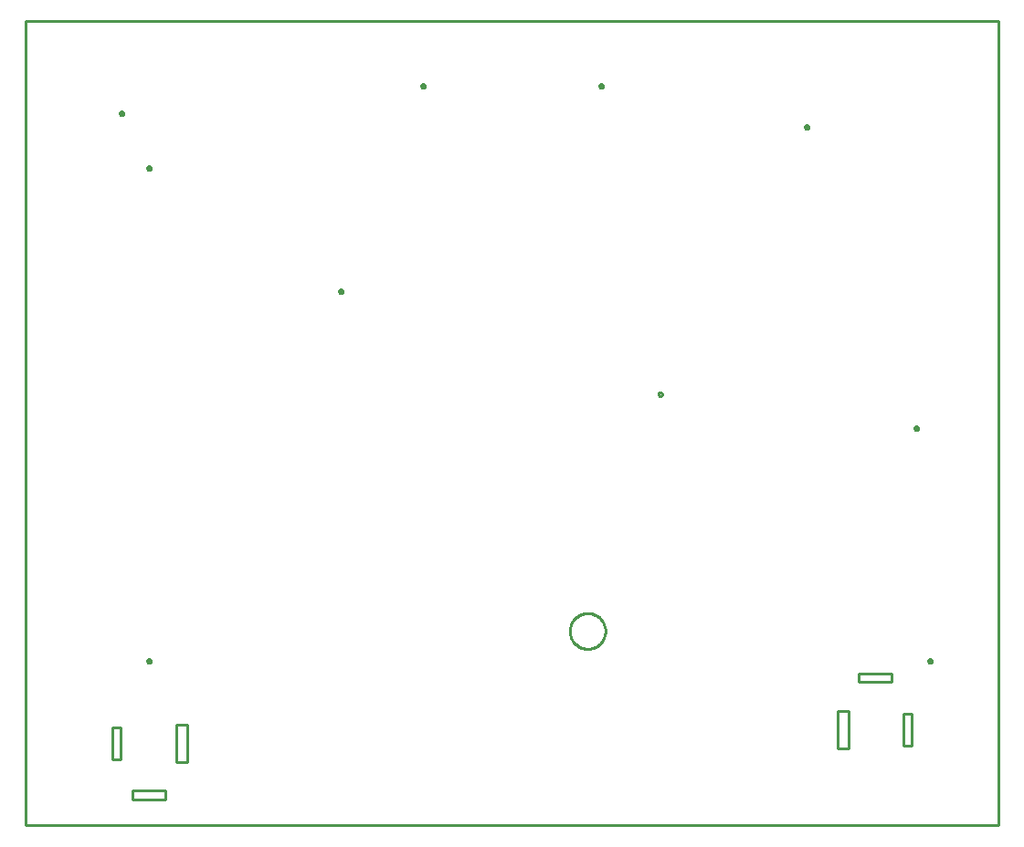
<source format=gbr>
G04 EAGLE Gerber RS-274X export*
G75*
%MOMM*%
%FSLAX34Y34*%
%LPD*%
%IN*%
%IPPOS*%
%AMOC8*
5,1,8,0,0,1.08239X$1,22.5*%
G01*
%ADD10C,0.254000*%


D10*
X0Y114300D02*
X901500Y114300D01*
X901500Y860300D01*
X0Y860300D01*
X0Y114300D01*
X772400Y247200D02*
X802400Y247200D01*
X802400Y255200D01*
X772400Y255200D01*
X772400Y247200D01*
X813400Y188200D02*
X821400Y188200D01*
X821400Y218200D01*
X813400Y218200D01*
X813400Y188200D01*
X752400Y185700D02*
X762400Y185700D01*
X762400Y220700D01*
X752400Y220700D01*
X752400Y185700D01*
X80300Y175500D02*
X88300Y175500D01*
X88300Y205500D01*
X80300Y205500D01*
X80300Y175500D01*
X99300Y138500D02*
X129300Y138500D01*
X129300Y146500D01*
X99300Y146500D01*
X99300Y138500D01*
X139300Y173000D02*
X149300Y173000D01*
X149300Y208000D01*
X139300Y208000D01*
X139300Y173000D01*
X90650Y774528D02*
X90583Y774190D01*
X90451Y773871D01*
X90259Y773584D01*
X90016Y773341D01*
X89729Y773149D01*
X89410Y773017D01*
X89072Y772950D01*
X88728Y772950D01*
X88390Y773017D01*
X88071Y773149D01*
X87784Y773341D01*
X87541Y773584D01*
X87349Y773871D01*
X87217Y774190D01*
X87150Y774528D01*
X87150Y774872D01*
X87217Y775210D01*
X87349Y775529D01*
X87541Y775816D01*
X87784Y776059D01*
X88071Y776251D01*
X88390Y776383D01*
X88728Y776450D01*
X89072Y776450D01*
X89410Y776383D01*
X89729Y776251D01*
X90016Y776059D01*
X90259Y775816D01*
X90451Y775529D01*
X90583Y775210D01*
X90650Y774872D01*
X90650Y774528D01*
X116050Y723728D02*
X115983Y723390D01*
X115851Y723071D01*
X115659Y722784D01*
X115416Y722541D01*
X115129Y722349D01*
X114810Y722217D01*
X114472Y722150D01*
X114128Y722150D01*
X113790Y722217D01*
X113471Y722349D01*
X113184Y722541D01*
X112941Y722784D01*
X112749Y723071D01*
X112617Y723390D01*
X112550Y723728D01*
X112550Y724072D01*
X112617Y724410D01*
X112749Y724729D01*
X112941Y725016D01*
X113184Y725259D01*
X113471Y725451D01*
X113790Y725583D01*
X114128Y725650D01*
X114472Y725650D01*
X114810Y725583D01*
X115129Y725451D01*
X115416Y725259D01*
X115659Y725016D01*
X115851Y724729D01*
X115983Y724410D01*
X116050Y724072D01*
X116050Y723728D01*
X116050Y266528D02*
X115983Y266190D01*
X115851Y265871D01*
X115659Y265584D01*
X115416Y265341D01*
X115129Y265149D01*
X114810Y265017D01*
X114472Y264950D01*
X114128Y264950D01*
X113790Y265017D01*
X113471Y265149D01*
X113184Y265341D01*
X112941Y265584D01*
X112749Y265871D01*
X112617Y266190D01*
X112550Y266528D01*
X112550Y266872D01*
X112617Y267210D01*
X112749Y267529D01*
X112941Y267816D01*
X113184Y268059D01*
X113471Y268251D01*
X113790Y268383D01*
X114128Y268450D01*
X114472Y268450D01*
X114810Y268383D01*
X115129Y268251D01*
X115416Y268059D01*
X115659Y267816D01*
X115851Y267529D01*
X115983Y267210D01*
X116050Y266872D01*
X116050Y266528D01*
X293850Y609428D02*
X293783Y609090D01*
X293651Y608771D01*
X293459Y608484D01*
X293216Y608241D01*
X292929Y608049D01*
X292610Y607917D01*
X292272Y607850D01*
X291928Y607850D01*
X291590Y607917D01*
X291271Y608049D01*
X290984Y608241D01*
X290741Y608484D01*
X290549Y608771D01*
X290417Y609090D01*
X290350Y609428D01*
X290350Y609772D01*
X290417Y610110D01*
X290549Y610429D01*
X290741Y610716D01*
X290984Y610959D01*
X291271Y611151D01*
X291590Y611283D01*
X291928Y611350D01*
X292272Y611350D01*
X292610Y611283D01*
X292929Y611151D01*
X293216Y610959D01*
X293459Y610716D01*
X293651Y610429D01*
X293783Y610110D01*
X293850Y609772D01*
X293850Y609428D01*
X370050Y799928D02*
X369983Y799590D01*
X369851Y799271D01*
X369659Y798984D01*
X369416Y798741D01*
X369129Y798549D01*
X368810Y798417D01*
X368472Y798350D01*
X368128Y798350D01*
X367790Y798417D01*
X367471Y798549D01*
X367184Y798741D01*
X366941Y798984D01*
X366749Y799271D01*
X366617Y799590D01*
X366550Y799928D01*
X366550Y800272D01*
X366617Y800610D01*
X366749Y800929D01*
X366941Y801216D01*
X367184Y801459D01*
X367471Y801651D01*
X367790Y801783D01*
X368128Y801850D01*
X368472Y801850D01*
X368810Y801783D01*
X369129Y801651D01*
X369416Y801459D01*
X369659Y801216D01*
X369851Y800929D01*
X369983Y800610D01*
X370050Y800272D01*
X370050Y799928D01*
X535150Y799928D02*
X535083Y799590D01*
X534951Y799271D01*
X534759Y798984D01*
X534516Y798741D01*
X534229Y798549D01*
X533910Y798417D01*
X533572Y798350D01*
X533228Y798350D01*
X532890Y798417D01*
X532571Y798549D01*
X532284Y798741D01*
X532041Y798984D01*
X531849Y799271D01*
X531717Y799590D01*
X531650Y799928D01*
X531650Y800272D01*
X531717Y800610D01*
X531849Y800929D01*
X532041Y801216D01*
X532284Y801459D01*
X532571Y801651D01*
X532890Y801783D01*
X533228Y801850D01*
X533572Y801850D01*
X533910Y801783D01*
X534229Y801651D01*
X534516Y801459D01*
X534759Y801216D01*
X534951Y800929D01*
X535083Y800610D01*
X535150Y800272D01*
X535150Y799928D01*
X725650Y761828D02*
X725583Y761490D01*
X725451Y761171D01*
X725259Y760884D01*
X725016Y760641D01*
X724729Y760449D01*
X724410Y760317D01*
X724072Y760250D01*
X723728Y760250D01*
X723390Y760317D01*
X723071Y760449D01*
X722784Y760641D01*
X722541Y760884D01*
X722349Y761171D01*
X722217Y761490D01*
X722150Y761828D01*
X722150Y762172D01*
X722217Y762510D01*
X722349Y762829D01*
X722541Y763116D01*
X722784Y763359D01*
X723071Y763551D01*
X723390Y763683D01*
X723728Y763750D01*
X724072Y763750D01*
X724410Y763683D01*
X724729Y763551D01*
X725016Y763359D01*
X725259Y763116D01*
X725451Y762829D01*
X725583Y762510D01*
X725650Y762172D01*
X725650Y761828D01*
X827250Y482428D02*
X827183Y482090D01*
X827051Y481771D01*
X826859Y481484D01*
X826616Y481241D01*
X826329Y481049D01*
X826010Y480917D01*
X825672Y480850D01*
X825328Y480850D01*
X824990Y480917D01*
X824671Y481049D01*
X824384Y481241D01*
X824141Y481484D01*
X823949Y481771D01*
X823817Y482090D01*
X823750Y482428D01*
X823750Y482772D01*
X823817Y483110D01*
X823949Y483429D01*
X824141Y483716D01*
X824384Y483959D01*
X824671Y484151D01*
X824990Y484283D01*
X825328Y484350D01*
X825672Y484350D01*
X826010Y484283D01*
X826329Y484151D01*
X826616Y483959D01*
X826859Y483716D01*
X827051Y483429D01*
X827183Y483110D01*
X827250Y482772D01*
X827250Y482428D01*
X589760Y514178D02*
X589693Y513840D01*
X589561Y513521D01*
X589369Y513234D01*
X589126Y512991D01*
X588839Y512799D01*
X588520Y512667D01*
X588182Y512600D01*
X587838Y512600D01*
X587500Y512667D01*
X587181Y512799D01*
X586894Y512991D01*
X586651Y513234D01*
X586459Y513521D01*
X586327Y513840D01*
X586260Y514178D01*
X586260Y514522D01*
X586327Y514860D01*
X586459Y515179D01*
X586651Y515466D01*
X586894Y515709D01*
X587181Y515901D01*
X587500Y516033D01*
X587838Y516100D01*
X588182Y516100D01*
X588520Y516033D01*
X588839Y515901D01*
X589126Y515709D01*
X589369Y515466D01*
X589561Y515179D01*
X589693Y514860D01*
X589760Y514522D01*
X589760Y514178D01*
X839950Y266528D02*
X839883Y266190D01*
X839751Y265871D01*
X839559Y265584D01*
X839316Y265341D01*
X839029Y265149D01*
X838710Y265017D01*
X838372Y264950D01*
X838028Y264950D01*
X837690Y265017D01*
X837371Y265149D01*
X837084Y265341D01*
X836841Y265584D01*
X836649Y265871D01*
X836517Y266190D01*
X836450Y266528D01*
X836450Y266872D01*
X836517Y267210D01*
X836649Y267529D01*
X836841Y267816D01*
X837084Y268059D01*
X837371Y268251D01*
X837690Y268383D01*
X838028Y268450D01*
X838372Y268450D01*
X838710Y268383D01*
X839029Y268251D01*
X839316Y268059D01*
X839559Y267816D01*
X839751Y267529D01*
X839883Y267210D01*
X839950Y266872D01*
X839950Y266528D01*
X504190Y295180D02*
X504261Y296259D01*
X504402Y297331D01*
X504613Y298391D01*
X504892Y299435D01*
X505240Y300459D01*
X505654Y301457D01*
X506132Y302427D01*
X506672Y303363D01*
X507273Y304262D01*
X507931Y305119D01*
X508644Y305932D01*
X509408Y306697D01*
X510221Y307409D01*
X511078Y308067D01*
X511977Y308668D01*
X512913Y309208D01*
X513883Y309686D01*
X514881Y310100D01*
X515905Y310448D01*
X516949Y310727D01*
X518009Y310938D01*
X519081Y311079D01*
X520160Y311150D01*
X521240Y311150D01*
X522319Y311079D01*
X523391Y310938D01*
X524451Y310727D01*
X525495Y310448D01*
X526519Y310100D01*
X527517Y309686D01*
X528487Y309208D01*
X529423Y308668D01*
X530322Y308067D01*
X531179Y307409D01*
X531992Y306697D01*
X532757Y305932D01*
X533469Y305119D01*
X534127Y304262D01*
X534728Y303363D01*
X535268Y302427D01*
X535746Y301457D01*
X536160Y300459D01*
X536508Y299435D01*
X536787Y298391D01*
X536998Y297331D01*
X537139Y296259D01*
X537210Y295180D01*
X537210Y294100D01*
X537139Y293021D01*
X536998Y291949D01*
X536787Y290889D01*
X536508Y289845D01*
X536160Y288821D01*
X535746Y287823D01*
X535268Y286853D01*
X534728Y285917D01*
X534127Y285018D01*
X533469Y284161D01*
X532757Y283348D01*
X531992Y282584D01*
X531179Y281871D01*
X530322Y281213D01*
X529423Y280612D01*
X528487Y280072D01*
X527517Y279594D01*
X526519Y279180D01*
X525495Y278832D01*
X524451Y278553D01*
X523391Y278342D01*
X522319Y278201D01*
X521240Y278130D01*
X520160Y278130D01*
X519081Y278201D01*
X518009Y278342D01*
X516949Y278553D01*
X515905Y278832D01*
X514881Y279180D01*
X513883Y279594D01*
X512913Y280072D01*
X511977Y280612D01*
X511078Y281213D01*
X510221Y281871D01*
X509408Y282584D01*
X508644Y283348D01*
X507931Y284161D01*
X507273Y285018D01*
X506672Y285917D01*
X506132Y286853D01*
X505654Y287823D01*
X505240Y288821D01*
X504892Y289845D01*
X504613Y290889D01*
X504402Y291949D01*
X504261Y293021D01*
X504190Y294100D01*
X504190Y295180D01*
M02*

</source>
